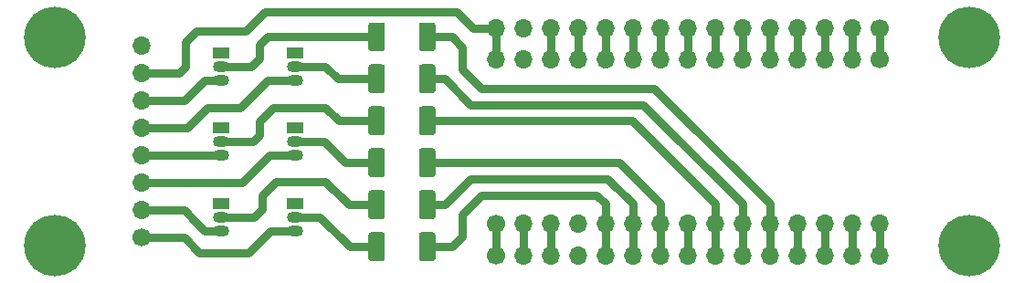
<source format=gbr>
G04 #@! TF.GenerationSoftware,KiCad,Pcbnew,5.1.5+dfsg1-2build2*
G04 #@! TF.CreationDate,2020-05-12T21:17:34+02:00*
G04 #@! TF.ProjectId,attach_hexa,61747461-6368-45f6-9865-78612e6b6963,rev?*
G04 #@! TF.SameCoordinates,Original*
G04 #@! TF.FileFunction,Copper,L1,Top*
G04 #@! TF.FilePolarity,Positive*
%FSLAX46Y46*%
G04 Gerber Fmt 4.6, Leading zero omitted, Abs format (unit mm)*
G04 Created by KiCad (PCBNEW 5.1.5+dfsg1-2build2) date 2020-05-12 21:17:34*
%MOMM*%
%LPD*%
G04 APERTURE LIST*
%ADD10O,1.600000X1.600000*%
%ADD11C,1.600000*%
%ADD12C,0.100000*%
%ADD13O,1.700000X1.700000*%
%ADD14C,1.700000*%
%ADD15R,1.500000X1.050000*%
%ADD16O,1.500000X1.050000*%
%ADD17C,5.700000*%
%ADD18C,0.800000*%
G04 APERTURE END LIST*
D10*
X212138000Y-70475000D03*
X212138000Y-85715000D03*
X176578000Y-70475000D03*
X209598000Y-85715000D03*
X179118000Y-70475000D03*
X207058000Y-85715000D03*
X181658000Y-70475000D03*
X204518000Y-85715000D03*
X184198000Y-70475000D03*
X201978000Y-85715000D03*
X186738000Y-70475000D03*
X199438000Y-85715000D03*
X189278000Y-70475000D03*
X196898000Y-85715000D03*
X191818000Y-70475000D03*
X194358000Y-85715000D03*
X194358000Y-70475000D03*
X191818000Y-85715000D03*
X196898000Y-70475000D03*
X189278000Y-85715000D03*
X199438000Y-70475000D03*
X186738000Y-85715000D03*
X201978000Y-70475000D03*
X184198000Y-85715000D03*
X204518000Y-70475000D03*
X181658000Y-85715000D03*
X207058000Y-70475000D03*
X179118000Y-85715000D03*
X209598000Y-70475000D03*
D11*
X176578000Y-85715000D03*
G04 #@! TA.AperFunction,SMDPad,CuDef*
D12*
G36*
X170752505Y-67046204D02*
G01*
X170776773Y-67049804D01*
X170800572Y-67055765D01*
X170823671Y-67064030D01*
X170845850Y-67074520D01*
X170866893Y-67087132D01*
X170886599Y-67101747D01*
X170904777Y-67118223D01*
X170921253Y-67136401D01*
X170935868Y-67156107D01*
X170948480Y-67177150D01*
X170958970Y-67199329D01*
X170967235Y-67222428D01*
X170973196Y-67246227D01*
X170976796Y-67270495D01*
X170978000Y-67294999D01*
X170978000Y-69445001D01*
X170976796Y-69469505D01*
X170973196Y-69493773D01*
X170967235Y-69517572D01*
X170958970Y-69540671D01*
X170948480Y-69562850D01*
X170935868Y-69583893D01*
X170921253Y-69603599D01*
X170904777Y-69621777D01*
X170886599Y-69638253D01*
X170866893Y-69652868D01*
X170845850Y-69665480D01*
X170823671Y-69675970D01*
X170800572Y-69684235D01*
X170776773Y-69690196D01*
X170752505Y-69693796D01*
X170728001Y-69695000D01*
X169702999Y-69695000D01*
X169678495Y-69693796D01*
X169654227Y-69690196D01*
X169630428Y-69684235D01*
X169607329Y-69675970D01*
X169585150Y-69665480D01*
X169564107Y-69652868D01*
X169544401Y-69638253D01*
X169526223Y-69621777D01*
X169509747Y-69603599D01*
X169495132Y-69583893D01*
X169482520Y-69562850D01*
X169472030Y-69540671D01*
X169463765Y-69517572D01*
X169457804Y-69493773D01*
X169454204Y-69469505D01*
X169453000Y-69445001D01*
X169453000Y-67294999D01*
X169454204Y-67270495D01*
X169457804Y-67246227D01*
X169463765Y-67222428D01*
X169472030Y-67199329D01*
X169482520Y-67177150D01*
X169495132Y-67156107D01*
X169509747Y-67136401D01*
X169526223Y-67118223D01*
X169544401Y-67101747D01*
X169564107Y-67087132D01*
X169585150Y-67074520D01*
X169607329Y-67064030D01*
X169630428Y-67055765D01*
X169654227Y-67049804D01*
X169678495Y-67046204D01*
X169702999Y-67045000D01*
X170728001Y-67045000D01*
X170752505Y-67046204D01*
G37*
G04 #@! TD.AperFunction*
G04 #@! TA.AperFunction,SMDPad,CuDef*
G36*
X166077505Y-67046204D02*
G01*
X166101773Y-67049804D01*
X166125572Y-67055765D01*
X166148671Y-67064030D01*
X166170850Y-67074520D01*
X166191893Y-67087132D01*
X166211599Y-67101747D01*
X166229777Y-67118223D01*
X166246253Y-67136401D01*
X166260868Y-67156107D01*
X166273480Y-67177150D01*
X166283970Y-67199329D01*
X166292235Y-67222428D01*
X166298196Y-67246227D01*
X166301796Y-67270495D01*
X166303000Y-67294999D01*
X166303000Y-69445001D01*
X166301796Y-69469505D01*
X166298196Y-69493773D01*
X166292235Y-69517572D01*
X166283970Y-69540671D01*
X166273480Y-69562850D01*
X166260868Y-69583893D01*
X166246253Y-69603599D01*
X166229777Y-69621777D01*
X166211599Y-69638253D01*
X166191893Y-69652868D01*
X166170850Y-69665480D01*
X166148671Y-69675970D01*
X166125572Y-69684235D01*
X166101773Y-69690196D01*
X166077505Y-69693796D01*
X166053001Y-69695000D01*
X165027999Y-69695000D01*
X165003495Y-69693796D01*
X164979227Y-69690196D01*
X164955428Y-69684235D01*
X164932329Y-69675970D01*
X164910150Y-69665480D01*
X164889107Y-69652868D01*
X164869401Y-69638253D01*
X164851223Y-69621777D01*
X164834747Y-69603599D01*
X164820132Y-69583893D01*
X164807520Y-69562850D01*
X164797030Y-69540671D01*
X164788765Y-69517572D01*
X164782804Y-69493773D01*
X164779204Y-69469505D01*
X164778000Y-69445001D01*
X164778000Y-67294999D01*
X164779204Y-67270495D01*
X164782804Y-67246227D01*
X164788765Y-67222428D01*
X164797030Y-67199329D01*
X164807520Y-67177150D01*
X164820132Y-67156107D01*
X164834747Y-67136401D01*
X164851223Y-67118223D01*
X164869401Y-67101747D01*
X164889107Y-67087132D01*
X164910150Y-67074520D01*
X164932329Y-67064030D01*
X164955428Y-67055765D01*
X164979227Y-67049804D01*
X165003495Y-67046204D01*
X165027999Y-67045000D01*
X166053001Y-67045000D01*
X166077505Y-67046204D01*
G37*
G04 #@! TD.AperFunction*
G04 #@! TA.AperFunction,SMDPad,CuDef*
G36*
X170752505Y-70940204D02*
G01*
X170776773Y-70943804D01*
X170800572Y-70949765D01*
X170823671Y-70958030D01*
X170845850Y-70968520D01*
X170866893Y-70981132D01*
X170886599Y-70995747D01*
X170904777Y-71012223D01*
X170921253Y-71030401D01*
X170935868Y-71050107D01*
X170948480Y-71071150D01*
X170958970Y-71093329D01*
X170967235Y-71116428D01*
X170973196Y-71140227D01*
X170976796Y-71164495D01*
X170978000Y-71188999D01*
X170978000Y-73339001D01*
X170976796Y-73363505D01*
X170973196Y-73387773D01*
X170967235Y-73411572D01*
X170958970Y-73434671D01*
X170948480Y-73456850D01*
X170935868Y-73477893D01*
X170921253Y-73497599D01*
X170904777Y-73515777D01*
X170886599Y-73532253D01*
X170866893Y-73546868D01*
X170845850Y-73559480D01*
X170823671Y-73569970D01*
X170800572Y-73578235D01*
X170776773Y-73584196D01*
X170752505Y-73587796D01*
X170728001Y-73589000D01*
X169702999Y-73589000D01*
X169678495Y-73587796D01*
X169654227Y-73584196D01*
X169630428Y-73578235D01*
X169607329Y-73569970D01*
X169585150Y-73559480D01*
X169564107Y-73546868D01*
X169544401Y-73532253D01*
X169526223Y-73515777D01*
X169509747Y-73497599D01*
X169495132Y-73477893D01*
X169482520Y-73456850D01*
X169472030Y-73434671D01*
X169463765Y-73411572D01*
X169457804Y-73387773D01*
X169454204Y-73363505D01*
X169453000Y-73339001D01*
X169453000Y-71188999D01*
X169454204Y-71164495D01*
X169457804Y-71140227D01*
X169463765Y-71116428D01*
X169472030Y-71093329D01*
X169482520Y-71071150D01*
X169495132Y-71050107D01*
X169509747Y-71030401D01*
X169526223Y-71012223D01*
X169544401Y-70995747D01*
X169564107Y-70981132D01*
X169585150Y-70968520D01*
X169607329Y-70958030D01*
X169630428Y-70949765D01*
X169654227Y-70943804D01*
X169678495Y-70940204D01*
X169702999Y-70939000D01*
X170728001Y-70939000D01*
X170752505Y-70940204D01*
G37*
G04 #@! TD.AperFunction*
G04 #@! TA.AperFunction,SMDPad,CuDef*
G36*
X166077505Y-70940204D02*
G01*
X166101773Y-70943804D01*
X166125572Y-70949765D01*
X166148671Y-70958030D01*
X166170850Y-70968520D01*
X166191893Y-70981132D01*
X166211599Y-70995747D01*
X166229777Y-71012223D01*
X166246253Y-71030401D01*
X166260868Y-71050107D01*
X166273480Y-71071150D01*
X166283970Y-71093329D01*
X166292235Y-71116428D01*
X166298196Y-71140227D01*
X166301796Y-71164495D01*
X166303000Y-71188999D01*
X166303000Y-73339001D01*
X166301796Y-73363505D01*
X166298196Y-73387773D01*
X166292235Y-73411572D01*
X166283970Y-73434671D01*
X166273480Y-73456850D01*
X166260868Y-73477893D01*
X166246253Y-73497599D01*
X166229777Y-73515777D01*
X166211599Y-73532253D01*
X166191893Y-73546868D01*
X166170850Y-73559480D01*
X166148671Y-73569970D01*
X166125572Y-73578235D01*
X166101773Y-73584196D01*
X166077505Y-73587796D01*
X166053001Y-73589000D01*
X165027999Y-73589000D01*
X165003495Y-73587796D01*
X164979227Y-73584196D01*
X164955428Y-73578235D01*
X164932329Y-73569970D01*
X164910150Y-73559480D01*
X164889107Y-73546868D01*
X164869401Y-73532253D01*
X164851223Y-73515777D01*
X164834747Y-73497599D01*
X164820132Y-73477893D01*
X164807520Y-73456850D01*
X164797030Y-73434671D01*
X164788765Y-73411572D01*
X164782804Y-73387773D01*
X164779204Y-73363505D01*
X164778000Y-73339001D01*
X164778000Y-71188999D01*
X164779204Y-71164495D01*
X164782804Y-71140227D01*
X164788765Y-71116428D01*
X164797030Y-71093329D01*
X164807520Y-71071150D01*
X164820132Y-71050107D01*
X164834747Y-71030401D01*
X164851223Y-71012223D01*
X164869401Y-70995747D01*
X164889107Y-70981132D01*
X164910150Y-70968520D01*
X164932329Y-70958030D01*
X164955428Y-70949765D01*
X164979227Y-70943804D01*
X165003495Y-70940204D01*
X165027999Y-70939000D01*
X166053001Y-70939000D01*
X166077505Y-70940204D01*
G37*
G04 #@! TD.AperFunction*
G04 #@! TA.AperFunction,SMDPad,CuDef*
G36*
X170752505Y-74834204D02*
G01*
X170776773Y-74837804D01*
X170800572Y-74843765D01*
X170823671Y-74852030D01*
X170845850Y-74862520D01*
X170866893Y-74875132D01*
X170886599Y-74889747D01*
X170904777Y-74906223D01*
X170921253Y-74924401D01*
X170935868Y-74944107D01*
X170948480Y-74965150D01*
X170958970Y-74987329D01*
X170967235Y-75010428D01*
X170973196Y-75034227D01*
X170976796Y-75058495D01*
X170978000Y-75082999D01*
X170978000Y-77233001D01*
X170976796Y-77257505D01*
X170973196Y-77281773D01*
X170967235Y-77305572D01*
X170958970Y-77328671D01*
X170948480Y-77350850D01*
X170935868Y-77371893D01*
X170921253Y-77391599D01*
X170904777Y-77409777D01*
X170886599Y-77426253D01*
X170866893Y-77440868D01*
X170845850Y-77453480D01*
X170823671Y-77463970D01*
X170800572Y-77472235D01*
X170776773Y-77478196D01*
X170752505Y-77481796D01*
X170728001Y-77483000D01*
X169702999Y-77483000D01*
X169678495Y-77481796D01*
X169654227Y-77478196D01*
X169630428Y-77472235D01*
X169607329Y-77463970D01*
X169585150Y-77453480D01*
X169564107Y-77440868D01*
X169544401Y-77426253D01*
X169526223Y-77409777D01*
X169509747Y-77391599D01*
X169495132Y-77371893D01*
X169482520Y-77350850D01*
X169472030Y-77328671D01*
X169463765Y-77305572D01*
X169457804Y-77281773D01*
X169454204Y-77257505D01*
X169453000Y-77233001D01*
X169453000Y-75082999D01*
X169454204Y-75058495D01*
X169457804Y-75034227D01*
X169463765Y-75010428D01*
X169472030Y-74987329D01*
X169482520Y-74965150D01*
X169495132Y-74944107D01*
X169509747Y-74924401D01*
X169526223Y-74906223D01*
X169544401Y-74889747D01*
X169564107Y-74875132D01*
X169585150Y-74862520D01*
X169607329Y-74852030D01*
X169630428Y-74843765D01*
X169654227Y-74837804D01*
X169678495Y-74834204D01*
X169702999Y-74833000D01*
X170728001Y-74833000D01*
X170752505Y-74834204D01*
G37*
G04 #@! TD.AperFunction*
G04 #@! TA.AperFunction,SMDPad,CuDef*
G36*
X166077505Y-74834204D02*
G01*
X166101773Y-74837804D01*
X166125572Y-74843765D01*
X166148671Y-74852030D01*
X166170850Y-74862520D01*
X166191893Y-74875132D01*
X166211599Y-74889747D01*
X166229777Y-74906223D01*
X166246253Y-74924401D01*
X166260868Y-74944107D01*
X166273480Y-74965150D01*
X166283970Y-74987329D01*
X166292235Y-75010428D01*
X166298196Y-75034227D01*
X166301796Y-75058495D01*
X166303000Y-75082999D01*
X166303000Y-77233001D01*
X166301796Y-77257505D01*
X166298196Y-77281773D01*
X166292235Y-77305572D01*
X166283970Y-77328671D01*
X166273480Y-77350850D01*
X166260868Y-77371893D01*
X166246253Y-77391599D01*
X166229777Y-77409777D01*
X166211599Y-77426253D01*
X166191893Y-77440868D01*
X166170850Y-77453480D01*
X166148671Y-77463970D01*
X166125572Y-77472235D01*
X166101773Y-77478196D01*
X166077505Y-77481796D01*
X166053001Y-77483000D01*
X165027999Y-77483000D01*
X165003495Y-77481796D01*
X164979227Y-77478196D01*
X164955428Y-77472235D01*
X164932329Y-77463970D01*
X164910150Y-77453480D01*
X164889107Y-77440868D01*
X164869401Y-77426253D01*
X164851223Y-77409777D01*
X164834747Y-77391599D01*
X164820132Y-77371893D01*
X164807520Y-77350850D01*
X164797030Y-77328671D01*
X164788765Y-77305572D01*
X164782804Y-77281773D01*
X164779204Y-77257505D01*
X164778000Y-77233001D01*
X164778000Y-75082999D01*
X164779204Y-75058495D01*
X164782804Y-75034227D01*
X164788765Y-75010428D01*
X164797030Y-74987329D01*
X164807520Y-74965150D01*
X164820132Y-74944107D01*
X164834747Y-74924401D01*
X164851223Y-74906223D01*
X164869401Y-74889747D01*
X164889107Y-74875132D01*
X164910150Y-74862520D01*
X164932329Y-74852030D01*
X164955428Y-74843765D01*
X164979227Y-74837804D01*
X165003495Y-74834204D01*
X165027999Y-74833000D01*
X166053001Y-74833000D01*
X166077505Y-74834204D01*
G37*
G04 #@! TD.AperFunction*
G04 #@! TA.AperFunction,SMDPad,CuDef*
G36*
X170752505Y-78728204D02*
G01*
X170776773Y-78731804D01*
X170800572Y-78737765D01*
X170823671Y-78746030D01*
X170845850Y-78756520D01*
X170866893Y-78769132D01*
X170886599Y-78783747D01*
X170904777Y-78800223D01*
X170921253Y-78818401D01*
X170935868Y-78838107D01*
X170948480Y-78859150D01*
X170958970Y-78881329D01*
X170967235Y-78904428D01*
X170973196Y-78928227D01*
X170976796Y-78952495D01*
X170978000Y-78976999D01*
X170978000Y-81127001D01*
X170976796Y-81151505D01*
X170973196Y-81175773D01*
X170967235Y-81199572D01*
X170958970Y-81222671D01*
X170948480Y-81244850D01*
X170935868Y-81265893D01*
X170921253Y-81285599D01*
X170904777Y-81303777D01*
X170886599Y-81320253D01*
X170866893Y-81334868D01*
X170845850Y-81347480D01*
X170823671Y-81357970D01*
X170800572Y-81366235D01*
X170776773Y-81372196D01*
X170752505Y-81375796D01*
X170728001Y-81377000D01*
X169702999Y-81377000D01*
X169678495Y-81375796D01*
X169654227Y-81372196D01*
X169630428Y-81366235D01*
X169607329Y-81357970D01*
X169585150Y-81347480D01*
X169564107Y-81334868D01*
X169544401Y-81320253D01*
X169526223Y-81303777D01*
X169509747Y-81285599D01*
X169495132Y-81265893D01*
X169482520Y-81244850D01*
X169472030Y-81222671D01*
X169463765Y-81199572D01*
X169457804Y-81175773D01*
X169454204Y-81151505D01*
X169453000Y-81127001D01*
X169453000Y-78976999D01*
X169454204Y-78952495D01*
X169457804Y-78928227D01*
X169463765Y-78904428D01*
X169472030Y-78881329D01*
X169482520Y-78859150D01*
X169495132Y-78838107D01*
X169509747Y-78818401D01*
X169526223Y-78800223D01*
X169544401Y-78783747D01*
X169564107Y-78769132D01*
X169585150Y-78756520D01*
X169607329Y-78746030D01*
X169630428Y-78737765D01*
X169654227Y-78731804D01*
X169678495Y-78728204D01*
X169702999Y-78727000D01*
X170728001Y-78727000D01*
X170752505Y-78728204D01*
G37*
G04 #@! TD.AperFunction*
G04 #@! TA.AperFunction,SMDPad,CuDef*
G36*
X166077505Y-78728204D02*
G01*
X166101773Y-78731804D01*
X166125572Y-78737765D01*
X166148671Y-78746030D01*
X166170850Y-78756520D01*
X166191893Y-78769132D01*
X166211599Y-78783747D01*
X166229777Y-78800223D01*
X166246253Y-78818401D01*
X166260868Y-78838107D01*
X166273480Y-78859150D01*
X166283970Y-78881329D01*
X166292235Y-78904428D01*
X166298196Y-78928227D01*
X166301796Y-78952495D01*
X166303000Y-78976999D01*
X166303000Y-81127001D01*
X166301796Y-81151505D01*
X166298196Y-81175773D01*
X166292235Y-81199572D01*
X166283970Y-81222671D01*
X166273480Y-81244850D01*
X166260868Y-81265893D01*
X166246253Y-81285599D01*
X166229777Y-81303777D01*
X166211599Y-81320253D01*
X166191893Y-81334868D01*
X166170850Y-81347480D01*
X166148671Y-81357970D01*
X166125572Y-81366235D01*
X166101773Y-81372196D01*
X166077505Y-81375796D01*
X166053001Y-81377000D01*
X165027999Y-81377000D01*
X165003495Y-81375796D01*
X164979227Y-81372196D01*
X164955428Y-81366235D01*
X164932329Y-81357970D01*
X164910150Y-81347480D01*
X164889107Y-81334868D01*
X164869401Y-81320253D01*
X164851223Y-81303777D01*
X164834747Y-81285599D01*
X164820132Y-81265893D01*
X164807520Y-81244850D01*
X164797030Y-81222671D01*
X164788765Y-81199572D01*
X164782804Y-81175773D01*
X164779204Y-81151505D01*
X164778000Y-81127001D01*
X164778000Y-78976999D01*
X164779204Y-78952495D01*
X164782804Y-78928227D01*
X164788765Y-78904428D01*
X164797030Y-78881329D01*
X164807520Y-78859150D01*
X164820132Y-78838107D01*
X164834747Y-78818401D01*
X164851223Y-78800223D01*
X164869401Y-78783747D01*
X164889107Y-78769132D01*
X164910150Y-78756520D01*
X164932329Y-78746030D01*
X164955428Y-78737765D01*
X164979227Y-78731804D01*
X165003495Y-78728204D01*
X165027999Y-78727000D01*
X166053001Y-78727000D01*
X166077505Y-78728204D01*
G37*
G04 #@! TD.AperFunction*
G04 #@! TA.AperFunction,SMDPad,CuDef*
G36*
X170752505Y-82622204D02*
G01*
X170776773Y-82625804D01*
X170800572Y-82631765D01*
X170823671Y-82640030D01*
X170845850Y-82650520D01*
X170866893Y-82663132D01*
X170886599Y-82677747D01*
X170904777Y-82694223D01*
X170921253Y-82712401D01*
X170935868Y-82732107D01*
X170948480Y-82753150D01*
X170958970Y-82775329D01*
X170967235Y-82798428D01*
X170973196Y-82822227D01*
X170976796Y-82846495D01*
X170978000Y-82870999D01*
X170978000Y-85021001D01*
X170976796Y-85045505D01*
X170973196Y-85069773D01*
X170967235Y-85093572D01*
X170958970Y-85116671D01*
X170948480Y-85138850D01*
X170935868Y-85159893D01*
X170921253Y-85179599D01*
X170904777Y-85197777D01*
X170886599Y-85214253D01*
X170866893Y-85228868D01*
X170845850Y-85241480D01*
X170823671Y-85251970D01*
X170800572Y-85260235D01*
X170776773Y-85266196D01*
X170752505Y-85269796D01*
X170728001Y-85271000D01*
X169702999Y-85271000D01*
X169678495Y-85269796D01*
X169654227Y-85266196D01*
X169630428Y-85260235D01*
X169607329Y-85251970D01*
X169585150Y-85241480D01*
X169564107Y-85228868D01*
X169544401Y-85214253D01*
X169526223Y-85197777D01*
X169509747Y-85179599D01*
X169495132Y-85159893D01*
X169482520Y-85138850D01*
X169472030Y-85116671D01*
X169463765Y-85093572D01*
X169457804Y-85069773D01*
X169454204Y-85045505D01*
X169453000Y-85021001D01*
X169453000Y-82870999D01*
X169454204Y-82846495D01*
X169457804Y-82822227D01*
X169463765Y-82798428D01*
X169472030Y-82775329D01*
X169482520Y-82753150D01*
X169495132Y-82732107D01*
X169509747Y-82712401D01*
X169526223Y-82694223D01*
X169544401Y-82677747D01*
X169564107Y-82663132D01*
X169585150Y-82650520D01*
X169607329Y-82640030D01*
X169630428Y-82631765D01*
X169654227Y-82625804D01*
X169678495Y-82622204D01*
X169702999Y-82621000D01*
X170728001Y-82621000D01*
X170752505Y-82622204D01*
G37*
G04 #@! TD.AperFunction*
G04 #@! TA.AperFunction,SMDPad,CuDef*
G36*
X166077505Y-82622204D02*
G01*
X166101773Y-82625804D01*
X166125572Y-82631765D01*
X166148671Y-82640030D01*
X166170850Y-82650520D01*
X166191893Y-82663132D01*
X166211599Y-82677747D01*
X166229777Y-82694223D01*
X166246253Y-82712401D01*
X166260868Y-82732107D01*
X166273480Y-82753150D01*
X166283970Y-82775329D01*
X166292235Y-82798428D01*
X166298196Y-82822227D01*
X166301796Y-82846495D01*
X166303000Y-82870999D01*
X166303000Y-85021001D01*
X166301796Y-85045505D01*
X166298196Y-85069773D01*
X166292235Y-85093572D01*
X166283970Y-85116671D01*
X166273480Y-85138850D01*
X166260868Y-85159893D01*
X166246253Y-85179599D01*
X166229777Y-85197777D01*
X166211599Y-85214253D01*
X166191893Y-85228868D01*
X166170850Y-85241480D01*
X166148671Y-85251970D01*
X166125572Y-85260235D01*
X166101773Y-85266196D01*
X166077505Y-85269796D01*
X166053001Y-85271000D01*
X165027999Y-85271000D01*
X165003495Y-85269796D01*
X164979227Y-85266196D01*
X164955428Y-85260235D01*
X164932329Y-85251970D01*
X164910150Y-85241480D01*
X164889107Y-85228868D01*
X164869401Y-85214253D01*
X164851223Y-85197777D01*
X164834747Y-85179599D01*
X164820132Y-85159893D01*
X164807520Y-85138850D01*
X164797030Y-85116671D01*
X164788765Y-85093572D01*
X164782804Y-85069773D01*
X164779204Y-85045505D01*
X164778000Y-85021001D01*
X164778000Y-82870999D01*
X164779204Y-82846495D01*
X164782804Y-82822227D01*
X164788765Y-82798428D01*
X164797030Y-82775329D01*
X164807520Y-82753150D01*
X164820132Y-82732107D01*
X164834747Y-82712401D01*
X164851223Y-82694223D01*
X164869401Y-82677747D01*
X164889107Y-82663132D01*
X164910150Y-82650520D01*
X164932329Y-82640030D01*
X164955428Y-82631765D01*
X164979227Y-82625804D01*
X165003495Y-82622204D01*
X165027999Y-82621000D01*
X166053001Y-82621000D01*
X166077505Y-82622204D01*
G37*
G04 #@! TD.AperFunction*
G04 #@! TA.AperFunction,SMDPad,CuDef*
G36*
X170752505Y-86516204D02*
G01*
X170776773Y-86519804D01*
X170800572Y-86525765D01*
X170823671Y-86534030D01*
X170845850Y-86544520D01*
X170866893Y-86557132D01*
X170886599Y-86571747D01*
X170904777Y-86588223D01*
X170921253Y-86606401D01*
X170935868Y-86626107D01*
X170948480Y-86647150D01*
X170958970Y-86669329D01*
X170967235Y-86692428D01*
X170973196Y-86716227D01*
X170976796Y-86740495D01*
X170978000Y-86764999D01*
X170978000Y-88915001D01*
X170976796Y-88939505D01*
X170973196Y-88963773D01*
X170967235Y-88987572D01*
X170958970Y-89010671D01*
X170948480Y-89032850D01*
X170935868Y-89053893D01*
X170921253Y-89073599D01*
X170904777Y-89091777D01*
X170886599Y-89108253D01*
X170866893Y-89122868D01*
X170845850Y-89135480D01*
X170823671Y-89145970D01*
X170800572Y-89154235D01*
X170776773Y-89160196D01*
X170752505Y-89163796D01*
X170728001Y-89165000D01*
X169702999Y-89165000D01*
X169678495Y-89163796D01*
X169654227Y-89160196D01*
X169630428Y-89154235D01*
X169607329Y-89145970D01*
X169585150Y-89135480D01*
X169564107Y-89122868D01*
X169544401Y-89108253D01*
X169526223Y-89091777D01*
X169509747Y-89073599D01*
X169495132Y-89053893D01*
X169482520Y-89032850D01*
X169472030Y-89010671D01*
X169463765Y-88987572D01*
X169457804Y-88963773D01*
X169454204Y-88939505D01*
X169453000Y-88915001D01*
X169453000Y-86764999D01*
X169454204Y-86740495D01*
X169457804Y-86716227D01*
X169463765Y-86692428D01*
X169472030Y-86669329D01*
X169482520Y-86647150D01*
X169495132Y-86626107D01*
X169509747Y-86606401D01*
X169526223Y-86588223D01*
X169544401Y-86571747D01*
X169564107Y-86557132D01*
X169585150Y-86544520D01*
X169607329Y-86534030D01*
X169630428Y-86525765D01*
X169654227Y-86519804D01*
X169678495Y-86516204D01*
X169702999Y-86515000D01*
X170728001Y-86515000D01*
X170752505Y-86516204D01*
G37*
G04 #@! TD.AperFunction*
G04 #@! TA.AperFunction,SMDPad,CuDef*
G36*
X166077505Y-86516204D02*
G01*
X166101773Y-86519804D01*
X166125572Y-86525765D01*
X166148671Y-86534030D01*
X166170850Y-86544520D01*
X166191893Y-86557132D01*
X166211599Y-86571747D01*
X166229777Y-86588223D01*
X166246253Y-86606401D01*
X166260868Y-86626107D01*
X166273480Y-86647150D01*
X166283970Y-86669329D01*
X166292235Y-86692428D01*
X166298196Y-86716227D01*
X166301796Y-86740495D01*
X166303000Y-86764999D01*
X166303000Y-88915001D01*
X166301796Y-88939505D01*
X166298196Y-88963773D01*
X166292235Y-88987572D01*
X166283970Y-89010671D01*
X166273480Y-89032850D01*
X166260868Y-89053893D01*
X166246253Y-89073599D01*
X166229777Y-89091777D01*
X166211599Y-89108253D01*
X166191893Y-89122868D01*
X166170850Y-89135480D01*
X166148671Y-89145970D01*
X166125572Y-89154235D01*
X166101773Y-89160196D01*
X166077505Y-89163796D01*
X166053001Y-89165000D01*
X165027999Y-89165000D01*
X165003495Y-89163796D01*
X164979227Y-89160196D01*
X164955428Y-89154235D01*
X164932329Y-89145970D01*
X164910150Y-89135480D01*
X164889107Y-89122868D01*
X164869401Y-89108253D01*
X164851223Y-89091777D01*
X164834747Y-89073599D01*
X164820132Y-89053893D01*
X164807520Y-89032850D01*
X164797030Y-89010671D01*
X164788765Y-88987572D01*
X164782804Y-88963773D01*
X164779204Y-88939505D01*
X164778000Y-88915001D01*
X164778000Y-86764999D01*
X164779204Y-86740495D01*
X164782804Y-86716227D01*
X164788765Y-86692428D01*
X164797030Y-86669329D01*
X164807520Y-86647150D01*
X164820132Y-86626107D01*
X164834747Y-86606401D01*
X164851223Y-86588223D01*
X164869401Y-86571747D01*
X164889107Y-86557132D01*
X164910150Y-86544520D01*
X164932329Y-86534030D01*
X164955428Y-86525765D01*
X164979227Y-86519804D01*
X165003495Y-86516204D01*
X165027999Y-86515000D01*
X166053001Y-86515000D01*
X166077505Y-86516204D01*
G37*
G04 #@! TD.AperFunction*
D13*
X143772000Y-69200000D03*
X143772000Y-71740000D03*
X143772000Y-74280000D03*
X143772000Y-76820000D03*
X143772000Y-79360000D03*
X143772000Y-81900000D03*
X143772000Y-84440000D03*
D14*
X143772000Y-86980000D03*
D13*
X212138000Y-88646000D03*
X209598000Y-88646000D03*
X207058000Y-88646000D03*
X204518000Y-88646000D03*
X201978000Y-88646000D03*
X199438000Y-88646000D03*
X196898000Y-88646000D03*
X194358000Y-88646000D03*
X191818000Y-88646000D03*
X189278000Y-88646000D03*
X186738000Y-88646000D03*
X184198000Y-88646000D03*
X181658000Y-88646000D03*
X179118000Y-88646000D03*
D14*
X176578000Y-88646000D03*
X176578000Y-85715000D03*
D13*
X179118000Y-85715000D03*
X181658000Y-85715000D03*
X184198000Y-85715000D03*
X186738000Y-85715000D03*
X189278000Y-85715000D03*
X191818000Y-85715000D03*
X194358000Y-85715000D03*
X196898000Y-85715000D03*
X199438000Y-85715000D03*
X201978000Y-85715000D03*
X204518000Y-85715000D03*
X207058000Y-85715000D03*
X209598000Y-85715000D03*
X212138000Y-85715000D03*
X176578000Y-67564000D03*
X179118000Y-67564000D03*
X181658000Y-67564000D03*
X184198000Y-67564000D03*
X186738000Y-67564000D03*
X189278000Y-67564000D03*
X191818000Y-67564000D03*
X194358000Y-67564000D03*
X196898000Y-67564000D03*
X199438000Y-67564000D03*
X201978000Y-67564000D03*
X204518000Y-67564000D03*
X207058000Y-67564000D03*
X209598000Y-67564000D03*
D14*
X212138000Y-67564000D03*
X212138000Y-70475000D03*
D13*
X209598000Y-70475000D03*
X207058000Y-70475000D03*
X204518000Y-70475000D03*
X201978000Y-70475000D03*
X199438000Y-70475000D03*
X196898000Y-70475000D03*
X194358000Y-70475000D03*
X191818000Y-70475000D03*
X189278000Y-70475000D03*
X186738000Y-70475000D03*
X184198000Y-70475000D03*
X181658000Y-70475000D03*
X179118000Y-70475000D03*
X176578000Y-70475000D03*
D15*
X151130000Y-69850000D03*
D16*
X151130000Y-72390000D03*
X151130000Y-71120000D03*
D15*
X157988000Y-69850000D03*
D16*
X157988000Y-72390000D03*
X157988000Y-71120000D03*
D15*
X151130000Y-76835000D03*
D16*
X151130000Y-79375000D03*
X151130000Y-78105000D03*
D15*
X157988000Y-76835000D03*
D16*
X157988000Y-79375000D03*
X157988000Y-78105000D03*
D15*
X151130000Y-83820000D03*
D16*
X151130000Y-86360000D03*
X151130000Y-85090000D03*
D15*
X157988000Y-83820000D03*
D16*
X157988000Y-86360000D03*
X157988000Y-85090000D03*
D17*
X220476000Y-87742000D03*
X220476000Y-68468000D03*
X135734000Y-87742000D03*
X135734000Y-68468000D03*
D18*
X212138000Y-70475000D02*
X212138000Y-67564000D01*
X212138000Y-85715000D02*
X212138000Y-88646000D01*
X176578000Y-70475000D02*
X176578000Y-67564000D01*
X147208000Y-71740000D02*
X147828000Y-71120000D01*
X153416000Y-67818000D02*
X155194000Y-66040000D01*
X147828000Y-71120000D02*
X147828000Y-68834000D01*
X148844000Y-67818000D02*
X153416000Y-67818000D01*
X144272000Y-71740000D02*
X147208000Y-71740000D01*
X147828000Y-68834000D02*
X148844000Y-67818000D01*
X176578000Y-67564000D02*
X174498000Y-67564000D01*
X155194000Y-66040000D02*
X172974000Y-66040000D01*
X174498000Y-67564000D02*
X172974000Y-66040000D01*
X209598000Y-85715000D02*
X209598000Y-88646000D01*
X207058000Y-85715000D02*
X207058000Y-88646000D01*
X204518000Y-85715000D02*
X204518000Y-88646000D01*
X184198000Y-70475000D02*
X184198000Y-67564000D01*
X201978000Y-85715000D02*
X201978000Y-88646000D01*
X173466000Y-69342000D02*
X172494000Y-68370000D01*
X201978000Y-83884000D02*
X191246000Y-73152000D01*
X172494000Y-68370000D02*
X170215500Y-68370000D01*
X175244000Y-73152000D02*
X173466000Y-71374000D01*
X201978000Y-85715000D02*
X201978000Y-83884000D01*
X173466000Y-71374000D02*
X173466000Y-69342000D01*
X191246000Y-73152000D02*
X175244000Y-73152000D01*
X186738000Y-70475000D02*
X186738000Y-67564000D01*
X199438000Y-85715000D02*
X199438000Y-88646000D01*
X174228000Y-74676000D02*
X171816000Y-72264000D01*
X199438000Y-85715000D02*
X199438000Y-83884000D01*
X171816000Y-72264000D02*
X170215500Y-72264000D01*
X190230000Y-74676000D02*
X174228000Y-74676000D01*
X199438000Y-83884000D02*
X190230000Y-74676000D01*
X189278000Y-70475000D02*
X189278000Y-67564000D01*
X196898000Y-85715000D02*
X196898000Y-88646000D01*
X196898000Y-83884000D02*
X196898000Y-85715000D01*
X170215500Y-76158000D02*
X189172000Y-76158000D01*
X189172000Y-76158000D02*
X196898000Y-83884000D01*
X191818000Y-70475000D02*
X191818000Y-67564000D01*
X194358000Y-85715000D02*
X194358000Y-88646000D01*
X194358000Y-70475000D02*
X194358000Y-67564000D01*
X191818000Y-85715000D02*
X191818000Y-88646000D01*
X170215500Y-80052000D02*
X187986000Y-80052000D01*
X191818000Y-85715000D02*
X191818000Y-83884000D01*
X191818000Y-83884000D02*
X187986000Y-80052000D01*
X196898000Y-70475000D02*
X196898000Y-67564000D01*
X189278000Y-85715000D02*
X189278000Y-88646000D01*
X189278000Y-85715000D02*
X189278000Y-83884000D01*
X170215500Y-83946000D02*
X171816000Y-83946000D01*
X171816000Y-83946000D02*
X174228000Y-81534000D01*
X186928000Y-81534000D02*
X189278000Y-83884000D01*
X174228000Y-81534000D02*
X186928000Y-81534000D01*
X199438000Y-70475000D02*
X199438000Y-67564000D01*
X186738000Y-85715000D02*
X186738000Y-88646000D01*
X172494000Y-87840000D02*
X170215500Y-87840000D01*
X186738000Y-83884000D02*
X185912000Y-83058000D01*
X185912000Y-83058000D02*
X175244000Y-83058000D01*
X173466000Y-86868000D02*
X172494000Y-87840000D01*
X186738000Y-85715000D02*
X186738000Y-83884000D01*
X175244000Y-83058000D02*
X173466000Y-84836000D01*
X173466000Y-84836000D02*
X173466000Y-86868000D01*
X201978000Y-70475000D02*
X201978000Y-67564000D01*
X204518000Y-70475000D02*
X204518000Y-67564000D01*
X181658000Y-85715000D02*
X181658000Y-88646000D01*
X207058000Y-70475000D02*
X207058000Y-67564000D01*
X179118000Y-85715000D02*
X179118000Y-88646000D01*
X209598000Y-70475000D02*
X209598000Y-67564000D01*
X176578000Y-85715000D02*
X176578000Y-88646000D01*
X147970000Y-76820000D02*
X144272000Y-76820000D01*
X149860000Y-74930000D02*
X147970000Y-76820000D01*
X152908000Y-74930000D02*
X152654000Y-74930000D01*
X155448000Y-72390000D02*
X152908000Y-74930000D01*
X157988000Y-72390000D02*
X155448000Y-72390000D01*
X152654000Y-74930000D02*
X149860000Y-74930000D01*
X144287000Y-79375000D02*
X144272000Y-79360000D01*
X151130000Y-79375000D02*
X144287000Y-79375000D01*
X153050000Y-81900000D02*
X144272000Y-81900000D01*
X153670000Y-81280000D02*
X153050000Y-81900000D01*
X157988000Y-79375000D02*
X155575000Y-79375000D01*
X155575000Y-79375000D02*
X153670000Y-81280000D01*
X147690000Y-74280000D02*
X144272000Y-74280000D01*
X151130000Y-72390000D02*
X149580000Y-72390000D01*
X149580000Y-72390000D02*
X147690000Y-74280000D01*
X144272000Y-86980000D02*
X147686000Y-86980000D01*
X155702000Y-86360000D02*
X157988000Y-86360000D01*
X153670000Y-88392000D02*
X155702000Y-86360000D01*
X149098000Y-88392000D02*
X153670000Y-88392000D01*
X147686000Y-86980000D02*
X149098000Y-88392000D01*
X151130000Y-86360000D02*
X150876000Y-86360000D01*
X147432000Y-84440000D02*
X144272000Y-84440000D01*
X149580000Y-86360000D02*
X148844000Y-85624000D01*
X151130000Y-86360000D02*
X149580000Y-86360000D01*
X148844000Y-85624000D02*
X148844000Y-85598000D01*
X147686000Y-84440000D02*
X147432000Y-84440000D01*
X148844000Y-85598000D02*
X147686000Y-84440000D01*
X160274000Y-85090000D02*
X157988000Y-85090000D01*
X163024000Y-87840000D02*
X160274000Y-85090000D01*
X163024000Y-87840000D02*
X165540500Y-87840000D01*
X154178000Y-85090000D02*
X151130000Y-85090000D01*
X162940000Y-83946000D02*
X160782000Y-81788000D01*
X154940000Y-84328000D02*
X154178000Y-85090000D01*
X154940000Y-83058000D02*
X154940000Y-84328000D01*
X160782000Y-81788000D02*
X156210000Y-81788000D01*
X156210000Y-81788000D02*
X154940000Y-83058000D01*
X162940000Y-83946000D02*
X165540500Y-83946000D01*
X160655000Y-78105000D02*
X157988000Y-78105000D01*
X162602000Y-80052000D02*
X160655000Y-78105000D01*
X162602000Y-80052000D02*
X165540500Y-80052000D01*
X154686000Y-77470000D02*
X154051000Y-78105000D01*
X154051000Y-78105000D02*
X151130000Y-78105000D01*
X155956000Y-74930000D02*
X154686000Y-76200000D01*
X154686000Y-76200000D02*
X154686000Y-77470000D01*
X162010000Y-76158000D02*
X160782000Y-74930000D01*
X160782000Y-74930000D02*
X155956000Y-74930000D01*
X162010000Y-76158000D02*
X165540500Y-76158000D01*
X160782000Y-71120000D02*
X157988000Y-71120000D01*
X161926000Y-72264000D02*
X160782000Y-71120000D01*
X161926000Y-72264000D02*
X165540500Y-72264000D01*
X151130000Y-71120000D02*
X153924000Y-71120000D01*
X153924000Y-71120000D02*
X154686000Y-70358000D01*
X154686000Y-70358000D02*
X154686000Y-69088000D01*
X155404000Y-68370000D02*
X154686000Y-69088000D01*
X155404000Y-68370000D02*
X165540500Y-68370000D01*
X181658000Y-70475000D02*
X181658000Y-67564000D01*
M02*

</source>
